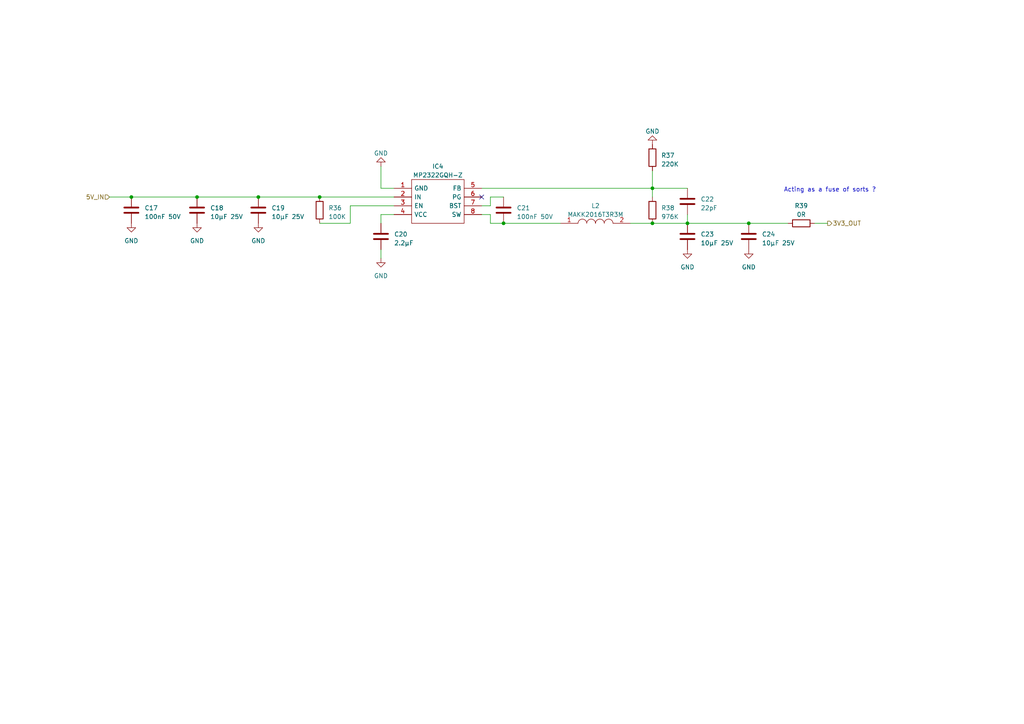
<source format=kicad_sch>
(kicad_sch (version 20230121) (generator eeschema)
  (paper "A4")
  (title_block (title "5 to 3V3 stage") (date "2023-04-10") (rev "1.0") (comment 1 "https://github.com/martinroger/VXDash") (comment 2 "https://cadlab.io/projects/vxdash"))
  (lib_symbols
    (symbol "Device:C" (pin_numbers hide) (pin_names (offset 0.254))
      (property "Reference" "C" (at 0.635 2.54 0))
      (property "Value" "C" (at 0.635 -2.54 0))
      (symbol "C_0_1"
        (polyline (pts (xy -2.032 -0.762) (xy 2.032 -0.762)) (stroke (width 0.508)))
        (polyline (pts (xy -2.032 0.762) (xy 2.032 0.762)) (stroke (width 0.508)))
      )
      (symbol "C_1_1"
        (pin passive line (at 0 3.81 270) (length 2.794) (name "~") (number "1"))
        (pin passive line (at 0 -3.81 90) (length 2.794) (name "~") (number "2"))
      )
    )
    (symbol "Device:R" (pin_numbers hide) (pin_names (offset 0))
      (property "Reference" "R" (at 2.032 0 90))
      (property "Value" "R" (at 0 0 90))
      (symbol "R_0_1"
        (rectangle (start -1.016 -2.54) (end 1.016 2.54) (stroke (width 0.254)))
      )
      (symbol "R_1_1"
        (pin passive line (at 0 3.81 270) (length 1.27) (name "~") (number "1"))
        (pin passive line (at 0 -3.81 90) (length 1.27) (name "~") (number "2"))
      )
    )
    (symbol "SamacSys_Parts:MAKK2016T3R3M" (pin_names (offset 0.762))
      (property "Reference" "L" (at 16.51 6.35 0))
      (property "Value" "MAKK2016T3R3M" (at 16.51 3.81 0))
      (symbol "MAKK2016T3R3M_0_0"
        (pin passive line (at 0 0 0) (length 5.08) (name "~") (number "1"))
        (pin passive line (at 20.32 0 180) (length 5.08) (name "~") (number "2"))
      )
      (symbol "MAKK2016T3R3M_0_1"
        (arc (start 7.62 0) (mid 6.35 1.2202) (end 5.08 0) (stroke (width 0.1524)))
        (arc (start 10.16 0) (mid 8.89 1.2202) (end 7.62 0) (stroke (width 0.1524)))
        (arc (start 12.7 0) (mid 11.43 1.2202) (end 10.16 0) (stroke (width 0.1524)))
        (arc (start 15.24 0) (mid 13.97 1.2202) (end 12.7 0) (stroke (width 0.1524)))
      )
    )
    (symbol "SamacSys_Parts:MP2322GQH-Z" (pin_names (offset 0.762))
      (property "Reference" "IC" (at 21.59 7.62 0))
      (property "Value" "MP2322GQH-Z" (at 21.59 5.08 0))
      (symbol "MP2322GQH-Z_0_0"
        (pin passive line (at 0 0 0) (length 5.08) (name "GND") (number "1"))
        (pin passive line (at 0 -2.54 0) (length 5.08) (name "IN") (number "2"))
        (pin passive line (at 0 -5.08 0) (length 5.08) (name "EN") (number "3"))
        (pin passive line (at 0 -7.62 0) (length 5.08) (name "VCC") (number "4"))
        (pin passive line (at 25.4 0 180) (length 5.08) (name "FB") (number "5"))
        (pin passive line (at 25.4 -2.54 180) (length 5.08) (name "PG") (number "6"))
        (pin passive line (at 25.4 -5.08 180) (length 5.08) (name "BST") (number "7"))
        (pin passive line (at 25.4 -7.62 180) (length 5.08) (name "SW") (number "8"))
      )
      (symbol "MP2322GQH-Z_0_1"
        (polyline (pts (xy 5.08 2.54) (xy 20.32 2.54) (xy 20.32 -10.16) (xy 5.08 -10.16) (xy 5.08 2.54)) (stroke (width 0.1524)))
      )
    )
    (symbol "power:GND" (power) (pin_names (offset 0))
      (property "Value" "GND" (at 0 -3.81 0))
      (symbol "GND_0_1"
        (polyline (pts (xy 0 0) (xy 0 -1.27) (xy 1.27 -1.27) (xy 0 -2.54) (xy -1.27 -1.27) (xy 0 -1.27)))
      )
      (symbol "GND_1_1"
        (pin power_in line (at 0 0 270) (length 0) hide (name "GND") (number "1"))
      )
    )
  )
  (junction (at 38.1 57.15))
  (junction (at 189.23 64.77))
  (junction (at 92.71 57.15))
  (junction (at 217.17 64.77))
  (junction (at 74.93 57.15))
  (junction (at 199.39 64.77))
  (junction (at 57.15 57.15))
  (junction (at 189.23 54.61))
  (junction (at 146.05 64.77))
  (no_connect (at 139.7 57.15))
  (wire (pts (xy 101.6 59.69) (xy 101.6 64.77)))
  (wire (pts (xy 189.23 54.61) (xy 189.23 57.15)))
  (wire (pts (xy 217.17 64.77) (xy 228.6 64.77)))
  (wire (pts (xy 110.49 62.23) (xy 110.49 64.77)))
  (wire (pts (xy 142.24 62.23) (xy 142.24 64.77)))
  (wire (pts (xy 189.23 49.53) (xy 189.23 54.61)))
  (wire (pts (xy 139.7 62.23) (xy 142.24 62.23)))
  (wire (pts (xy 114.3 54.61) (xy 110.49 54.61)))
  (wire (pts (xy 114.3 57.15) (xy 92.71 57.15)))
  (wire (pts (xy 199.39 64.77) (xy 189.23 64.77)))
  (wire (pts (xy 57.15 57.15) (xy 38.1 57.15)))
  (wire (pts (xy 199.39 64.77) (xy 217.17 64.77)))
  (wire (pts (xy 142.24 59.69) (xy 142.24 57.15)))
  (wire (pts (xy 74.93 57.15) (xy 57.15 57.15)))
  (wire (pts (xy 189.23 54.61) (xy 199.39 54.61)))
  (wire (pts (xy 92.71 57.15) (xy 74.93 57.15)))
  (wire (pts (xy 101.6 64.77) (xy 92.71 64.77)))
  (wire (pts (xy 236.22 64.77) (xy 240.03 64.77)))
  (wire (pts (xy 110.49 54.61) (xy 110.49 48.26)))
  (wire (pts (xy 38.1 57.15) (xy 31.75 57.15)))
  (wire (pts (xy 146.05 64.77) (xy 162.56 64.77)))
  (wire (pts (xy 199.39 62.23) (xy 199.39 64.77)))
  (wire (pts (xy 114.3 59.69) (xy 101.6 59.69)))
  (wire (pts (xy 110.49 72.39) (xy 110.49 74.93)))
  (wire (pts (xy 139.7 59.69) (xy 142.24 59.69)))
  (wire (pts (xy 142.24 57.15) (xy 146.05 57.15)))
  (wire (pts (xy 114.3 62.23) (xy 110.49 62.23)))
  (wire (pts (xy 142.24 64.77) (xy 146.05 64.77)))
  (wire (pts (xy 139.7 54.61) (xy 189.23 54.61)))
  (wire (pts (xy 182.88 64.77) (xy 189.23 64.77)))
  (text "Acting as a fuse of sorts ?" (at 227.33 55.88 0) (effects (font (size 1.27 1.27)) (justify left bottom)))
  (hierarchical_label "3V3_OUT" (shape output) (at 240.03 64.77 0))
  (hierarchical_label "5V_IN" (shape input) (at 31.75 57.15 180))
  (symbol (lib_id "Device:C") (at 199.39 58.42 0) (unit 1)
    (property "Reference" "C22" (at 203.2 57.785 0) (effects (justify left)))
    (property "Value" "22pF" (at 203.2 60.325 0) (effects (justify left)))
    (property "Footprint" "Capacitor_SMD:C_0402_1005Metric" (effects hide))
    (property "Description" "CAP CHIP 0402 22pF 50V C0G 5%" (effects hide))
    (property "Manufacturer_Part_Number" "C0402C220J5GAC7411" (effects hide))
  )
  (symbol (lib_id "power:GND") (at 217.17 72.39 0) (unit 1)
    (property "Reference" "#PWR042" (effects hide))
    (property "Value" "GND" (at 217.17 77.47 0))
  )
  (symbol (lib_id "power:GND") (at 74.93 64.77 0) (unit 1)
    (property "Reference" "#PWR037" (effects hide))
    (property "Value" "GND" (at 74.93 69.85 0))
  )
  (symbol (lib_id "power:GND") (at 57.15 64.77 0) (unit 1)
    (property "Reference" "#PWR036" (effects hide))
    (property "Value" "GND" (at 57.15 69.85 0))
  )
  (symbol (lib_id "power:GND") (at 199.39 72.39 0) (unit 1)
    (property "Reference" "#PWR041" (effects hide))
    (property "Value" "GND" (at 199.39 77.47 0))
  )
  (symbol (lib_id "power:GND") (at 38.1 64.77 0) (unit 1)
    (property "Reference" "#PWR035" (effects hide))
    (property "Value" "GND" (at 38.1 69.85 0))
  )
  (symbol (lib_id "power:GND") (at 110.49 74.93 0) (unit 1)
    (property "Reference" "#PWR039" (effects hide))
    (property "Value" "GND" (at 110.49 80.01 0))
  )
  (symbol (lib_id "SamacSys_Parts:MAKK2016T3R3M") (at 162.56 64.77 0) (unit 1)
    (property "Reference" "L2" (at 172.72 59.69 0))
    (property "Value" "MAKK2016T3R3M" (at 172.72 62.23 0))
    (property "Footprint" "SamacSys_Parts:INDPM2016X100N" (effects hide))
    (property "Datasheet" "https://mouser.componentsearchengine.com/Datasheets/1/MAKK2016T3R3M.pdf" (effects hide))
    (property "Description" "Fixed Inductors 0806 3.3uH 255mOhms +/-20% 1150A HiCur" (effects hide))
    (property "Height" "1" (effects hide))
    (property "Manufacturer_Name" "TAIYO YUDEN" (effects hide))
    (property "Manufacturer_Part_Number" "MAKK2016T3R3M" (effects hide))
    (property "Mouser Part Number" "963-MAKK2016T3R3M" (effects hide))
    (property "Mouser Price/Stock" "https://www.mouser.co.uk/ProductDetail/TAIYO-YUDEN/MAKK2016T3R3M?qs=Z6svWd%2FY2UTQY1%2FASu%252BfUw%3D%3D" (effects hide))
  )
  (symbol (lib_id "power:GND") (at 189.23 41.91 180) (unit 1)
    (property "Reference" "#PWR040" (effects hide))
    (property "Value" "GND" (at 189.23 38.1 0))
  )
  (symbol (lib_id "Device:R") (at 232.41 64.77 90) (unit 1)
    (property "Reference" "R39" (at 232.41 59.69 90))
    (property "Value" "0R" (at 232.41 62.23 90))
    (property "Footprint" "Resistor_SMD:R_0402_1005Metric" (effects hide))
    (property "Description" "RES CHIP 0402 0R 1/16W" (effects hide))
    (property "Manufacturer_Part_Number" "CRCW04020000Z0EDC" (effects hide))
  )
  (symbol (lib_id "Device:C") (at 199.39 68.58 0) (unit 1)
    (property "Reference" "C23" (at 203.2 67.945 0) (effects (justify left)))
    (property "Value" "10µF 25V" (at 203.2 70.485 0) (effects (justify left)))
    (property "Footprint" "Capacitor_SMD:C_0603_1608Metric" (effects hide))
    (property "Description" "CAP CHIP 0603 10uF 25V X5R 20%" (effects hide))
    (property "Manufacturer_Part_Number" "GRM188R61E106MA73J" (effects hide))
  )
  (symbol (lib_id "SamacSys_Parts:MP2322GQH-Z") (at 114.3 54.61 0) (unit 1)
    (property "Reference" "IC4" (at 127 48.26 0))
    (property "Value" "MP2322GQH-Z" (at 127 50.8 0))
    (property "Footprint" "SamacSys_Parts:MP2322GQHZ" (effects hide))
    (property "Description" "Switching Voltage Regulators 1A, 22V, Low IQ, Synchronous Step Down Converter" (effects hide))
    (property "Height" "0.9" (effects hide))
    (property "Manufacturer_Name" "Monolithic Power Systems (MPS)" (effects hide))
    (property "Manufacturer_Part_Number" "MP2322GQH-Z" (effects hide))
    (property "Mouser Part Number" "946-MP2322GQH-Z" (effects hide))
    (property "Mouser Price/Stock" "https://www.mouser.co.uk/ProductDetail/Monolithic-Power-Systems-MPS/MP2322GQH-Z?qs=byeeYqUIh0PNRfOYikm40g%3D%3D" (effects hide))
  )
  (symbol (lib_id "Device:R") (at 92.71 60.96 0) (unit 1)
    (property "Reference" "R36" (at 95.25 60.325 0) (effects (justify left)))
    (property "Value" "100K" (at 95.25 62.865 0) (effects (justify left)))
    (property "Footprint" "Resistor_SMD:R_0402_1005Metric" (effects hide))
    (property "Description" "RES CHIP 0402 100K 1% 1/16W" (effects hide))
    (property "Manufacturer_Part_Number" "CRCW0402100KFKEDC" (effects hide))
  )
  (symbol (lib_id "Device:C") (at 110.49 68.58 0) (unit 1)
    (property "Reference" "C20" (at 114.3 67.945 0) (effects (justify left)))
    (property "Value" "2.2µF" (at 114.3 70.485 0) (effects (justify left)))
    (property "Footprint" "Capacitor_SMD:C_0402_1005Metric" (effects hide))
    (property "Description" "CAP CHIP 0402 2.2uF 6.3V X5R 10%" (effects hide))
    (property "Manufacturer_Part_Number" "GRM155R60J225KE95D" (effects hide))
  )
  (symbol (lib_id "Device:C") (at 217.17 68.58 0) (unit 1)
    (property "Reference" "C24" (at 220.98 67.945 0) (effects (justify left)))
    (property "Value" "10µF 25V" (at 220.98 70.485 0) (effects (justify left)))
    (property "Footprint" "Capacitor_SMD:C_0603_1608Metric" (effects hide))
    (property "Description" "CAP CHIP 0603 10uF 25V X5R 20%" (effects hide))
    (property "Manufacturer_Part_Number" "GRM188R61E106MA73J" (effects hide))
  )
  (symbol (lib_id "power:GND") (at 110.49 48.26 180) (unit 1)
    (property "Reference" "#PWR038" (effects hide))
    (property "Value" "GND" (at 110.49 44.45 0))
  )
  (symbol (lib_id "Device:C") (at 146.05 60.96 0) (unit 1)
    (property "Reference" "C21" (at 149.86 60.325 0) (effects (justify left)))
    (property "Value" "100nF 50V" (at 149.86 62.865 0) (effects (justify left)))
    (property "Footprint" "Capacitor_SMD:C_0402_1005Metric" (effects hide))
    (property "Description" "CAP CHIP 0402 100nF 50V X5R 10%" (effects hide))
    (property "Manufacturer_Part_Number" "GRM155R61H104KE19D" (effects hide))
  )
  (symbol (lib_id "Device:C") (at 74.93 60.96 0) (unit 1)
    (property "Reference" "C19" (at 78.74 60.325 0) (effects (justify left)))
    (property "Value" "10µF 25V" (at 78.74 62.865 0) (effects (justify left)))
    (property "Footprint" "Capacitor_SMD:C_0603_1608Metric" (effects hide))
    (property "Description" "CAP CHIP 0603 10uF 25V X5R 20%" (effects hide))
    (property "Manufacturer_Part_Number" "GRM188R61E106MA73J" (effects hide))
  )
  (symbol (lib_id "Device:C") (at 38.1 60.96 0) (unit 1)
    (property "Reference" "C17" (at 41.91 60.325 0) (effects (justify left)))
    (property "Value" "100nF 50V" (at 41.91 62.865 0) (effects (justify left)))
    (property "Footprint" "Capacitor_SMD:C_0402_1005Metric" (effects hide))
    (property "Description" "CAP CHIP 0402 100nF 50V X5R 10%" (effects hide))
    (property "Manufacturer_Part_Number" "GRM155R61H104KE19D" (effects hide))
  )
  (symbol (lib_id "Device:R") (at 189.23 45.72 0) (unit 1)
    (property "Reference" "R37" (at 191.77 45.085 0) (effects (justify left)))
    (property "Value" "220K" (at 191.77 47.625 0) (effects (justify left)))
    (property "Footprint" "Resistor_SMD:R_0402_1005Metric" (effects hide))
    (property "Description" "RES CHIP 0402 220K 1% 1/16W" (effects hide))
    (property "Manufacturer_Part_Number" "CRCW0402220KFKED" (effects hide))
  )
  (symbol (lib_id "Device:R") (at 189.23 60.96 0) (unit 1)
    (property "Reference" "R38" (at 191.77 60.325 0) (effects (justify left)))
    (property "Value" "976K" (at 191.77 62.865 0) (effects (justify left)))
    (property "Footprint" "Resistor_SMD:R_0402_1005Metric" (effects hide))
    (property "Description" "RES CHIP 0402 976K 1% 1/16W" (effects hide))
    (property "Manufacturer_Part_Number" "CRCW0402976KFKED" (effects hide))
  )
  (symbol (lib_id "Device:C") (at 57.15 60.96 0) (unit 1)
    (property "Reference" "C18" (at 60.96 60.325 0) (effects (justify left)))
    (property "Value" "10µF 25V" (at 60.96 62.865 0) (effects (justify left)))
    (property "Footprint" "Capacitor_SMD:C_0603_1608Metric" (effects hide))
    (property "Description" "CAP CHIP 0603 10uF 25V X5R 20%" (effects hide))
    (property "Manufacturer_Part_Number" "GRM188R61E106MA73J" (effects hide))
  )
)
</source>
